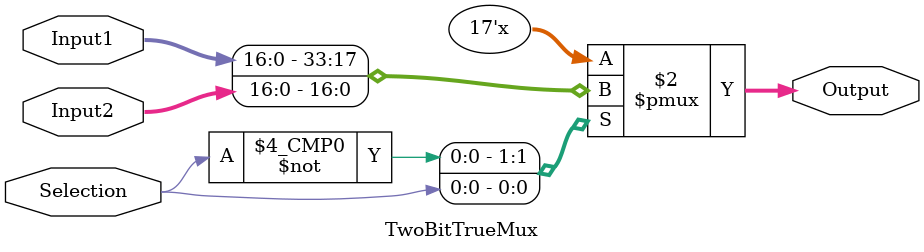
<source format=v>
`timescale 1ns / 1ps
module TwoBitTrueMux(
    input [16:0] Input1,
    input [16:0] Input2,
	 input Selection,
    output reg [16:0] Output
    );
	 
	always @ (Selection or Input1 or Input2)
	begin : MUX
		case(Selection) 
			1'b0 : Output = Input1;
			1'b1 : Output = Input2;
		endcase 
	end

endmodule

</source>
